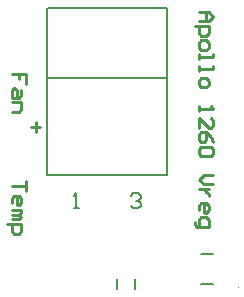
<source format=gto>
G04 Layer_Color=65535*
%FSLAX23Y23*%
%MOIN*%
G70*
G01*
G75*
%ADD14C,0.010*%
%ADD24C,0.004*%
%ADD25C,0.008*%
%ADD26C,0.008*%
D14*
X110Y832D02*
X142D01*
X126Y816D02*
Y847D01*
X671Y1214D02*
X703D01*
X719Y1199D01*
X703Y1183D01*
X671D01*
X695D01*
Y1214D01*
X656Y1167D02*
X703D01*
Y1144D01*
X695Y1136D01*
X679D01*
X671Y1144D01*
Y1167D01*
Y1112D02*
Y1096D01*
X679Y1088D01*
X695D01*
X703Y1096D01*
Y1112D01*
X695Y1120D01*
X679D01*
X671Y1112D01*
Y1073D02*
Y1057D01*
Y1065D01*
X719D01*
Y1073D01*
X671Y1033D02*
Y1018D01*
Y1025D01*
X719D01*
Y1033D01*
X671Y986D02*
Y970D01*
X679Y963D01*
X695D01*
X703Y970D01*
Y986D01*
X695Y994D01*
X679D01*
X671Y986D01*
Y900D02*
Y884D01*
Y892D01*
X719D01*
X711Y900D01*
X671Y829D02*
Y860D01*
X703Y829D01*
X711D01*
X719Y837D01*
Y852D01*
X711Y860D01*
X719Y781D02*
X711Y797D01*
X695Y813D01*
X679D01*
X671Y805D01*
Y789D01*
X679Y781D01*
X687D01*
X695Y789D01*
Y813D01*
X711Y766D02*
X719Y758D01*
Y742D01*
X711Y734D01*
X679D01*
X671Y742D01*
Y758D01*
X679Y766D01*
X711D01*
X719Y671D02*
X687D01*
X671Y656D01*
X687Y640D01*
X719D01*
X703Y624D02*
X671D01*
X687D01*
X695Y616D01*
X703Y608D01*
Y600D01*
X671Y553D02*
Y569D01*
X679Y577D01*
X695D01*
X703Y569D01*
Y553D01*
X695Y545D01*
X687D01*
Y577D01*
X656Y514D02*
Y506D01*
X664Y498D01*
X703D01*
Y522D01*
X695Y530D01*
X679D01*
X671Y522D01*
Y498D01*
X94Y976D02*
Y1008D01*
X71D01*
Y992D01*
Y1008D01*
X47D01*
X79Y953D02*
Y937D01*
X71Y929D01*
X47D01*
Y953D01*
X55Y961D01*
X63Y953D01*
Y929D01*
X47Y913D02*
X79D01*
Y890D01*
X71Y882D01*
X47D01*
X94Y650D02*
Y618D01*
Y634D01*
X47D01*
Y579D02*
Y595D01*
X55Y602D01*
X71D01*
X79Y595D01*
Y579D01*
X71Y571D01*
X63D01*
Y602D01*
X47Y555D02*
X79D01*
Y547D01*
X71Y539D01*
X47D01*
X71D01*
X79Y532D01*
X71Y524D01*
X47D01*
X32Y508D02*
X79D01*
Y484D01*
X71Y476D01*
X55D01*
X47Y484D01*
Y508D01*
D24*
X801Y296D02*
G03*
X801Y296I-2J0D01*
G01*
D25*
X166Y1227D02*
X564D01*
X164Y670D02*
Y1162D01*
X564Y670D02*
Y1062D01*
X164Y670D02*
X564D01*
Y1062D02*
Y1162D01*
X165Y996D02*
X564D01*
X564Y1162D02*
Y1227D01*
X164Y1162D02*
Y1227D01*
X679Y407D02*
X719D01*
X679Y309D02*
X719D01*
X399Y292D02*
Y324D01*
X458Y292D02*
Y324D01*
D26*
X444Y602D02*
X452Y610D01*
X469D01*
X477Y602D01*
Y593D01*
X469Y585D01*
X461D01*
X469D01*
X477Y577D01*
Y568D01*
X469Y560D01*
X452D01*
X444Y568D01*
X254Y560D02*
X271D01*
X262D01*
Y610D01*
X254Y602D01*
M02*

</source>
